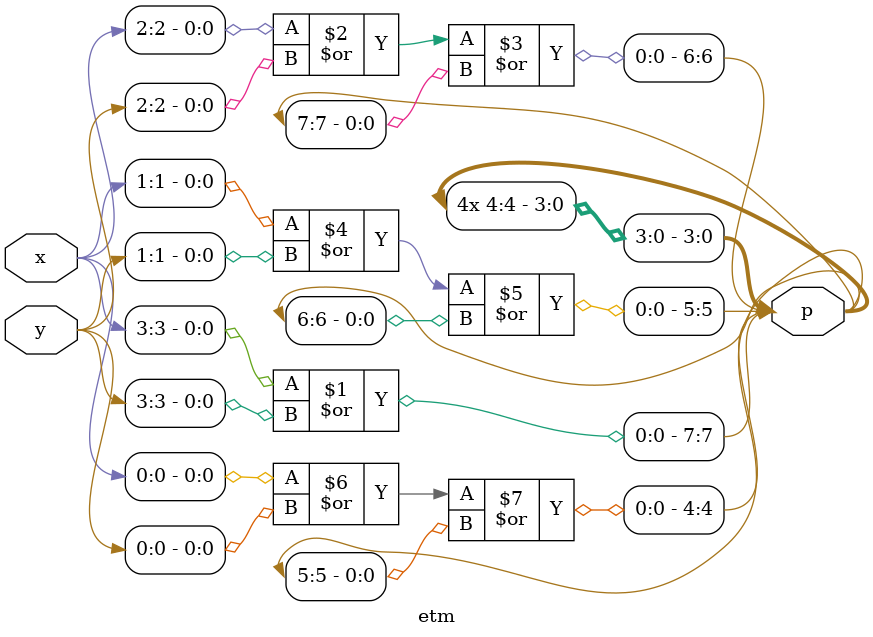
<source format=sv>
/******************************************************************************
 *                                                                            *
 *          ERC Multitherman Lab @ DEI - University of Bologna                *
 *                      Viale Pepoli 3/2 - 40136                              *
 *                     Bologna - phone 0512092759                             *
 *                                                                            *
 * Engineers:      Bi Danyu, Chen Shiyi (approx. arithmetic student project)  *
 *                 Francesco Conti - f.conti@unibo.it                         *
 *                                                                            *
 * Project:        ETM approximate multiplier                                 *
 * File:           etm.sv                                                     *
 * Description:    Error Tolerant Multiplier (imprecise part), see:           *
 *                   Khaing Yin Kyaw, Wang Ling Goh, and Kiat Seng Yeo        *
 *                   Low-Power High-Speed Multiplier For Error­Tolerant       *
 *                     Application,                                           *
 *                   2010 IEEE International Conference of Electron Devices   *
 *                     and Solid-State Circuits (EDSSC)                       *
 *                                                                            *
 ******************************************************************************/

module etm
#(
   parameter N=4
)
(
   input  logic [N-1:0] x,
   input  logic [N-1:0] y,
   output logic [2*N-1:0] p
);

   assign p[2*N-1] = x[N-1]|y[N-1]; //assign the highest bit of product for NMP

   genvar i;
   generate
      // calculate the high half part of the product p[i] with (x[i] and y[i] and p[i-1])
      for (i=0; i<N-1; i++) begin
         assign p[2*N-2-i] = x[N-2-i]|y[N-2-i]|p[2*N-1-i];
      end
      // propagate the low half part of the product p[i] with p[i-1]
      for (i=0; i<N; i++) begin
         assign p[N-1-i]=p[N-i];
      end
   endgenerate

endmodule


</source>
